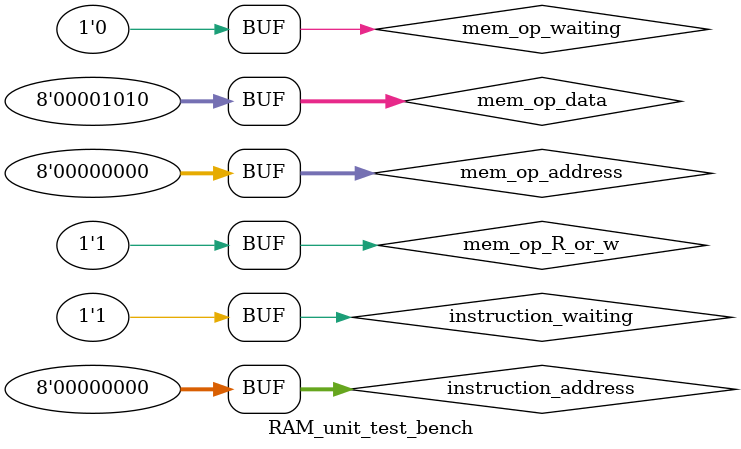
<source format=v>
`timescale 1ns / 1ps

module RAM_unit_test_bench();
    reg [7:0] instruction_address;
    reg instruction_waiting;
    
    reg [7:0] mem_op_address;
    reg mem_op_waiting;
    reg mem_op_R_or_w;
    reg [7:0] mem_op_data;
    
    RAM_unit dut(instruction_address, instruction_waiting, mem_op_address, mem_op_waiting, mem_op_R_or_w, mem_op_data);
    
    initial begin
//        mem_op_data = 0;
        instruction_address = 0;
        instruction_waiting = 0;
        mem_op_address = 0;
        mem_op_waiting = 0;
        mem_op_R_or_w = 1;
        mem_op_data = 0;
        #12
        mem_op_waiting = 1;
        #12
        mem_op_waiting = 0;
        mem_op_address = 1;
        #12
        mem_op_waiting = 1;
        #12
        mem_op_waiting = 0;
        mem_op_address = 2;
        #12
        mem_op_waiting = 1;
        #12
        mem_op_waiting = 0;
        #12
        mem_op_address = 0;
        mem_op_R_or_w = 1;
        mem_op_data = 10;
        #12
        mem_op_waiting = 1;
        #12
        mem_op_waiting = 0;
        #12
        instruction_waiting = 1;
        #12
        instruction_waiting = 0;
        mem_op_waiting = 0;
        #12
        instruction_waiting = 1;
    end
endmodule

</source>
